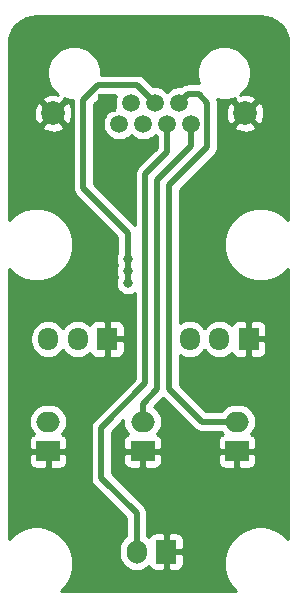
<source format=gbl>
G04 #@! TF.GenerationSoftware,KiCad,Pcbnew,6.0.0-rc1-unknown-73a0cbf~66~ubuntu18.04.1*
G04 #@! TF.CreationDate,2019-02-12T22:26:01+01:00
G04 #@! TF.ProjectId,wcube-head-pcb,77637562-652d-4686-9561-642d7063622e,rev?*
G04 #@! TF.SameCoordinates,Original*
G04 #@! TF.FileFunction,Copper,L2,Bot*
G04 #@! TF.FilePolarity,Positive*
%FSLAX46Y46*%
G04 Gerber Fmt 4.6, Leading zero omitted, Abs format (unit mm)*
G04 Created by KiCad (PCBNEW 6.0.0-rc1-unknown-73a0cbf~66~ubuntu18.04.1) date 2019-02-12 22:26:01*
%MOMM*%
%LPD*%
G04 APERTURE LIST*
%ADD10O,1.700000X1.950000*%
%ADD11R,1.700000X1.950000*%
%ADD12C,2.000000*%
%ADD13C,1.500000*%
%ADD14R,1.500000X1.500000*%
%ADD15O,2.000000X1.700000*%
%ADD16R,2.000000X1.700000*%
%ADD17O,1.700000X2.000000*%
%ADD18R,1.700000X2.000000*%
%ADD19C,0.800000*%
%ADD20C,0.500000*%
%ADD21C,0.254000*%
G04 APERTURE END LIST*
D10*
X169000000Y-78000000D03*
X171500000Y-78000000D03*
D11*
X174000000Y-78000000D03*
D12*
X185680000Y-58890000D03*
D13*
X181110000Y-59780000D03*
X179080000Y-59780000D03*
X177050000Y-59780000D03*
X175020000Y-59780000D03*
X178060000Y-58000000D03*
X176030000Y-58000000D03*
X180100000Y-58000000D03*
D14*
X174000000Y-58000000D03*
D12*
X169430000Y-58890000D03*
D10*
X181000000Y-78000000D03*
X183500000Y-78000000D03*
D11*
X186000000Y-78000000D03*
D15*
X185000000Y-85000000D03*
D16*
X185000000Y-87500000D03*
D15*
X169000000Y-85000000D03*
D16*
X169000000Y-87500000D03*
D15*
X177000000Y-85000000D03*
D16*
X177000000Y-87500000D03*
D17*
X176500000Y-96000000D03*
D18*
X179000000Y-96000000D03*
D19*
X175750000Y-71250000D03*
X175750000Y-72250000D03*
X175750000Y-73250000D03*
X175750000Y-64750000D03*
X175750000Y-63750000D03*
X175750000Y-62750000D03*
X174750000Y-62750000D03*
X174750000Y-63750000D03*
X174750000Y-64750000D03*
D20*
X182000000Y-85000000D02*
X185000000Y-85000000D01*
X179250000Y-82250000D02*
X182000000Y-85000000D01*
X179250000Y-65000000D02*
X179250000Y-82250000D01*
X180849999Y-57250001D02*
X181750001Y-57250001D01*
X180100000Y-58000000D02*
X180849999Y-57250001D01*
X182500000Y-61750000D02*
X179250000Y-65000000D01*
X181750001Y-57250001D02*
X182500000Y-58000000D01*
X182500000Y-58000000D02*
X182500000Y-61750000D01*
X181110000Y-61640000D02*
X181110000Y-60840660D01*
X181110000Y-60840660D02*
X181110000Y-59780000D01*
X178250000Y-64500000D02*
X181110000Y-61640000D01*
X178250000Y-82250000D02*
X178250000Y-64500000D01*
X177000000Y-85000000D02*
X177000000Y-83500000D01*
X177000000Y-83500000D02*
X178250000Y-82250000D01*
X179080000Y-62170000D02*
X179080000Y-59780000D01*
X176500000Y-92750000D02*
X173500000Y-89750000D01*
X176500000Y-96000000D02*
X176500000Y-92750000D01*
X173500000Y-85500000D02*
X177250000Y-81750000D01*
X173500000Y-89750000D02*
X173500000Y-85500000D01*
X177250000Y-81750000D02*
X177250000Y-64000000D01*
X177250000Y-64000000D02*
X179080000Y-62170000D01*
X175750000Y-69000000D02*
X175750000Y-73250000D01*
X172000000Y-65250000D02*
X175750000Y-69000000D01*
X172000000Y-57750000D02*
X172000000Y-65250000D01*
X178060000Y-58000000D02*
X176560000Y-56500000D01*
X173250000Y-56500000D02*
X172000000Y-57750000D01*
X176560000Y-56500000D02*
X173250000Y-56500000D01*
X174350001Y-62350001D02*
X174350001Y-62336001D01*
X174750000Y-62750000D02*
X174350001Y-62350001D01*
X174350001Y-62336001D02*
X173228000Y-61214000D01*
X173228000Y-58772000D02*
X174000000Y-58000000D01*
X173228000Y-61214000D02*
X173228000Y-58772000D01*
D21*
G36*
X187453893Y-50707670D02*
G01*
X187890498Y-50839489D01*
X188293185Y-51053600D01*
X188646612Y-51341848D01*
X188937327Y-51693261D01*
X189154242Y-52094439D01*
X189289106Y-52530113D01*
X189340000Y-53014344D01*
X189340000Y-67917755D01*
X188993346Y-67571101D01*
X188481190Y-67228889D01*
X187912112Y-66993169D01*
X187307983Y-66873000D01*
X186692017Y-66873000D01*
X186087888Y-66993169D01*
X185518810Y-67228889D01*
X185006654Y-67571101D01*
X184571101Y-68006654D01*
X184228889Y-68518810D01*
X183993169Y-69087888D01*
X183873000Y-69692017D01*
X183873000Y-70307983D01*
X183993169Y-70912112D01*
X184228889Y-71481190D01*
X184571101Y-71993346D01*
X185006654Y-72428899D01*
X185518810Y-72771111D01*
X186087888Y-73006831D01*
X186692017Y-73127000D01*
X187307983Y-73127000D01*
X187912112Y-73006831D01*
X188481190Y-72771111D01*
X188993346Y-72428899D01*
X189340000Y-72082245D01*
X189340001Y-94917756D01*
X188993346Y-94571101D01*
X188481190Y-94228889D01*
X187912112Y-93993169D01*
X187307983Y-93873000D01*
X186692017Y-93873000D01*
X186087888Y-93993169D01*
X185518810Y-94228889D01*
X185006654Y-94571101D01*
X184571101Y-95006654D01*
X184228889Y-95518810D01*
X183993169Y-96087888D01*
X183873000Y-96692017D01*
X183873000Y-97307983D01*
X183993169Y-97912112D01*
X184228889Y-98481190D01*
X184571101Y-98993346D01*
X184917755Y-99340000D01*
X170082245Y-99340000D01*
X170428899Y-98993346D01*
X170771111Y-98481190D01*
X171006831Y-97912112D01*
X171127000Y-97307983D01*
X171127000Y-96692017D01*
X171006831Y-96087888D01*
X170771111Y-95518810D01*
X170428899Y-95006654D01*
X169993346Y-94571101D01*
X169481190Y-94228889D01*
X168912112Y-93993169D01*
X168307983Y-93873000D01*
X167692017Y-93873000D01*
X167087888Y-93993169D01*
X166518810Y-94228889D01*
X166006654Y-94571101D01*
X165660000Y-94917755D01*
X165660000Y-87785750D01*
X167365000Y-87785750D01*
X167365000Y-88412542D01*
X167389403Y-88535223D01*
X167437270Y-88650785D01*
X167506763Y-88754789D01*
X167595211Y-88843237D01*
X167699215Y-88912730D01*
X167814777Y-88960597D01*
X167937458Y-88985000D01*
X168714250Y-88985000D01*
X168873000Y-88826250D01*
X168873000Y-87627000D01*
X169127000Y-87627000D01*
X169127000Y-88826250D01*
X169285750Y-88985000D01*
X170062542Y-88985000D01*
X170185223Y-88960597D01*
X170300785Y-88912730D01*
X170404789Y-88843237D01*
X170493237Y-88754789D01*
X170562730Y-88650785D01*
X170610597Y-88535223D01*
X170635000Y-88412542D01*
X170635000Y-87785750D01*
X170476250Y-87627000D01*
X169127000Y-87627000D01*
X168873000Y-87627000D01*
X167523750Y-87627000D01*
X167365000Y-87785750D01*
X165660000Y-87785750D01*
X165660000Y-85000000D01*
X167357815Y-85000000D01*
X167386487Y-85291111D01*
X167471401Y-85571034D01*
X167609294Y-85829014D01*
X167790282Y-86049549D01*
X167699215Y-86087270D01*
X167595211Y-86156763D01*
X167506763Y-86245211D01*
X167437270Y-86349215D01*
X167389403Y-86464777D01*
X167365000Y-86587458D01*
X167365000Y-87214250D01*
X167523750Y-87373000D01*
X168873000Y-87373000D01*
X168873000Y-87353000D01*
X169127000Y-87353000D01*
X169127000Y-87373000D01*
X170476250Y-87373000D01*
X170635000Y-87214250D01*
X170635000Y-86587458D01*
X170610597Y-86464777D01*
X170562730Y-86349215D01*
X170493237Y-86245211D01*
X170404789Y-86156763D01*
X170300785Y-86087270D01*
X170209718Y-86049549D01*
X170390706Y-85829014D01*
X170528599Y-85571034D01*
X170613513Y-85291111D01*
X170642185Y-85000000D01*
X170613513Y-84708889D01*
X170528599Y-84428966D01*
X170390706Y-84170986D01*
X170205134Y-83944866D01*
X169979014Y-83759294D01*
X169721034Y-83621401D01*
X169441111Y-83536487D01*
X169222950Y-83515000D01*
X168777050Y-83515000D01*
X168558889Y-83536487D01*
X168278966Y-83621401D01*
X168020986Y-83759294D01*
X167794866Y-83944866D01*
X167609294Y-84170986D01*
X167471401Y-84428966D01*
X167386487Y-84708889D01*
X167357815Y-85000000D01*
X165660000Y-85000000D01*
X165660000Y-77802050D01*
X167515000Y-77802050D01*
X167515000Y-78197949D01*
X167536487Y-78416110D01*
X167621401Y-78696033D01*
X167759294Y-78954013D01*
X167944866Y-79180134D01*
X168170986Y-79365706D01*
X168428966Y-79503599D01*
X168708889Y-79588513D01*
X169000000Y-79617185D01*
X169291110Y-79588513D01*
X169571033Y-79503599D01*
X169829013Y-79365706D01*
X170055134Y-79180134D01*
X170240706Y-78954014D01*
X170250000Y-78936626D01*
X170259294Y-78954013D01*
X170444866Y-79180134D01*
X170670986Y-79365706D01*
X170928966Y-79503599D01*
X171208889Y-79588513D01*
X171500000Y-79617185D01*
X171791110Y-79588513D01*
X172071033Y-79503599D01*
X172329013Y-79365706D01*
X172549549Y-79184718D01*
X172587270Y-79275785D01*
X172656763Y-79379789D01*
X172745211Y-79468237D01*
X172849215Y-79537730D01*
X172964777Y-79585597D01*
X173087458Y-79610000D01*
X173714250Y-79610000D01*
X173873000Y-79451250D01*
X173873000Y-78127000D01*
X174127000Y-78127000D01*
X174127000Y-79451250D01*
X174285750Y-79610000D01*
X174912542Y-79610000D01*
X175035223Y-79585597D01*
X175150785Y-79537730D01*
X175254789Y-79468237D01*
X175343237Y-79379789D01*
X175412730Y-79275785D01*
X175460597Y-79160223D01*
X175485000Y-79037542D01*
X175485000Y-78285750D01*
X175326250Y-78127000D01*
X174127000Y-78127000D01*
X173873000Y-78127000D01*
X173853000Y-78127000D01*
X173853000Y-77873000D01*
X173873000Y-77873000D01*
X173873000Y-76548750D01*
X174127000Y-76548750D01*
X174127000Y-77873000D01*
X175326250Y-77873000D01*
X175485000Y-77714250D01*
X175485000Y-76962458D01*
X175460597Y-76839777D01*
X175412730Y-76724215D01*
X175343237Y-76620211D01*
X175254789Y-76531763D01*
X175150785Y-76462270D01*
X175035223Y-76414403D01*
X174912542Y-76390000D01*
X174285750Y-76390000D01*
X174127000Y-76548750D01*
X173873000Y-76548750D01*
X173714250Y-76390000D01*
X173087458Y-76390000D01*
X172964777Y-76414403D01*
X172849215Y-76462270D01*
X172745211Y-76531763D01*
X172656763Y-76620211D01*
X172587270Y-76724215D01*
X172549549Y-76815282D01*
X172329014Y-76634294D01*
X172071034Y-76496401D01*
X171791111Y-76411487D01*
X171500000Y-76382815D01*
X171208890Y-76411487D01*
X170928967Y-76496401D01*
X170670987Y-76634294D01*
X170444866Y-76819866D01*
X170259294Y-77045986D01*
X170250000Y-77063374D01*
X170240706Y-77045986D01*
X170055134Y-76819866D01*
X169829014Y-76634294D01*
X169571034Y-76496401D01*
X169291111Y-76411487D01*
X169000000Y-76382815D01*
X168708890Y-76411487D01*
X168428967Y-76496401D01*
X168170987Y-76634294D01*
X167944866Y-76819866D01*
X167759294Y-77045986D01*
X167621401Y-77303966D01*
X167536487Y-77583889D01*
X167515000Y-77802050D01*
X165660000Y-77802050D01*
X165660000Y-72082245D01*
X166006654Y-72428899D01*
X166518810Y-72771111D01*
X167087888Y-73006831D01*
X167692017Y-73127000D01*
X168307983Y-73127000D01*
X168912112Y-73006831D01*
X169481190Y-72771111D01*
X169993346Y-72428899D01*
X170428899Y-71993346D01*
X170771111Y-71481190D01*
X171006831Y-70912112D01*
X171127000Y-70307983D01*
X171127000Y-69692017D01*
X171006831Y-69087888D01*
X170771111Y-68518810D01*
X170428899Y-68006654D01*
X169993346Y-67571101D01*
X169481190Y-67228889D01*
X168912112Y-66993169D01*
X168307983Y-66873000D01*
X167692017Y-66873000D01*
X167087888Y-66993169D01*
X166518810Y-67228889D01*
X166006654Y-67571101D01*
X165660000Y-67917755D01*
X165660000Y-60025413D01*
X168474192Y-60025413D01*
X168569956Y-60289814D01*
X168859571Y-60430704D01*
X169171108Y-60512384D01*
X169492595Y-60531718D01*
X169811675Y-60487961D01*
X170116088Y-60382795D01*
X170290044Y-60289814D01*
X170385808Y-60025413D01*
X169430000Y-59069605D01*
X168474192Y-60025413D01*
X165660000Y-60025413D01*
X165660000Y-58952595D01*
X167788282Y-58952595D01*
X167832039Y-59271675D01*
X167937205Y-59576088D01*
X168030186Y-59750044D01*
X168294587Y-59845808D01*
X169250395Y-58890000D01*
X169609605Y-58890000D01*
X170565413Y-59845808D01*
X170829814Y-59750044D01*
X170970704Y-59460429D01*
X171052384Y-59148892D01*
X171071718Y-58827405D01*
X171027961Y-58508325D01*
X170922795Y-58203912D01*
X170829814Y-58029956D01*
X170565413Y-57934192D01*
X169609605Y-58890000D01*
X169250395Y-58890000D01*
X168294587Y-57934192D01*
X168030186Y-58029956D01*
X167889296Y-58319571D01*
X167807616Y-58631108D01*
X167788282Y-58952595D01*
X165660000Y-58952595D01*
X165660000Y-57754587D01*
X168474192Y-57754587D01*
X169430000Y-58710395D01*
X170385808Y-57754587D01*
X170316473Y-57563155D01*
X170543490Y-57657189D01*
X170984947Y-57745000D01*
X171111211Y-57745000D01*
X171110719Y-57750000D01*
X171115000Y-57793469D01*
X171115001Y-65206521D01*
X171110719Y-65250000D01*
X171127805Y-65423490D01*
X171178412Y-65590313D01*
X171260590Y-65744059D01*
X171343468Y-65845046D01*
X171343471Y-65845049D01*
X171371184Y-65878817D01*
X171404951Y-65906530D01*
X174865000Y-69366579D01*
X174865000Y-70711545D01*
X174832795Y-70759744D01*
X174754774Y-70948102D01*
X174715000Y-71148061D01*
X174715000Y-71351939D01*
X174754774Y-71551898D01*
X174832795Y-71740256D01*
X174839306Y-71750000D01*
X174832795Y-71759744D01*
X174754774Y-71948102D01*
X174715000Y-72148061D01*
X174715000Y-72351939D01*
X174754774Y-72551898D01*
X174832795Y-72740256D01*
X174839306Y-72750000D01*
X174832795Y-72759744D01*
X174754774Y-72948102D01*
X174715000Y-73148061D01*
X174715000Y-73351939D01*
X174754774Y-73551898D01*
X174832795Y-73740256D01*
X174946063Y-73909774D01*
X175090226Y-74053937D01*
X175259744Y-74167205D01*
X175448102Y-74245226D01*
X175648061Y-74285000D01*
X175851939Y-74285000D01*
X176051898Y-74245226D01*
X176240256Y-74167205D01*
X176365000Y-74083854D01*
X176365000Y-81383421D01*
X172904951Y-84843470D01*
X172871184Y-84871183D01*
X172843471Y-84904951D01*
X172843468Y-84904954D01*
X172760590Y-85005941D01*
X172678412Y-85159687D01*
X172627805Y-85326510D01*
X172610719Y-85500000D01*
X172615001Y-85543479D01*
X172615000Y-89706531D01*
X172610719Y-89750000D01*
X172615000Y-89793469D01*
X172615000Y-89793476D01*
X172627805Y-89923489D01*
X172678411Y-90090312D01*
X172760589Y-90244058D01*
X172871183Y-90378817D01*
X172904956Y-90406534D01*
X175615001Y-93116580D01*
X175615000Y-94655241D01*
X175444866Y-94794866D01*
X175259294Y-95020986D01*
X175121401Y-95278966D01*
X175036487Y-95558889D01*
X175015000Y-95777050D01*
X175015000Y-96222949D01*
X175036487Y-96441110D01*
X175121401Y-96721033D01*
X175259294Y-96979013D01*
X175444866Y-97205134D01*
X175670986Y-97390706D01*
X175928966Y-97528599D01*
X176208889Y-97613513D01*
X176500000Y-97642185D01*
X176791110Y-97613513D01*
X177071033Y-97528599D01*
X177329013Y-97390706D01*
X177549549Y-97209718D01*
X177587270Y-97300785D01*
X177656763Y-97404789D01*
X177745211Y-97493237D01*
X177849215Y-97562730D01*
X177964777Y-97610597D01*
X178087458Y-97635000D01*
X178714250Y-97635000D01*
X178873000Y-97476250D01*
X178873000Y-96127000D01*
X179127000Y-96127000D01*
X179127000Y-97476250D01*
X179285750Y-97635000D01*
X179912542Y-97635000D01*
X180035223Y-97610597D01*
X180150785Y-97562730D01*
X180254789Y-97493237D01*
X180343237Y-97404789D01*
X180412730Y-97300785D01*
X180460597Y-97185223D01*
X180485000Y-97062542D01*
X180485000Y-96285750D01*
X180326250Y-96127000D01*
X179127000Y-96127000D01*
X178873000Y-96127000D01*
X178853000Y-96127000D01*
X178853000Y-95873000D01*
X178873000Y-95873000D01*
X178873000Y-94523750D01*
X179127000Y-94523750D01*
X179127000Y-95873000D01*
X180326250Y-95873000D01*
X180485000Y-95714250D01*
X180485000Y-94937458D01*
X180460597Y-94814777D01*
X180412730Y-94699215D01*
X180343237Y-94595211D01*
X180254789Y-94506763D01*
X180150785Y-94437270D01*
X180035223Y-94389403D01*
X179912542Y-94365000D01*
X179285750Y-94365000D01*
X179127000Y-94523750D01*
X178873000Y-94523750D01*
X178714250Y-94365000D01*
X178087458Y-94365000D01*
X177964777Y-94389403D01*
X177849215Y-94437270D01*
X177745211Y-94506763D01*
X177656763Y-94595211D01*
X177587270Y-94699215D01*
X177549549Y-94790282D01*
X177385000Y-94655241D01*
X177385000Y-92793469D01*
X177389281Y-92750000D01*
X177385000Y-92706531D01*
X177385000Y-92706523D01*
X177372195Y-92576510D01*
X177321589Y-92409687D01*
X177321589Y-92409686D01*
X177239411Y-92255941D01*
X177156532Y-92154953D01*
X177156530Y-92154951D01*
X177128817Y-92121183D01*
X177095049Y-92093470D01*
X174385000Y-89383422D01*
X174385000Y-87785750D01*
X175365000Y-87785750D01*
X175365000Y-88412542D01*
X175389403Y-88535223D01*
X175437270Y-88650785D01*
X175506763Y-88754789D01*
X175595211Y-88843237D01*
X175699215Y-88912730D01*
X175814777Y-88960597D01*
X175937458Y-88985000D01*
X176714250Y-88985000D01*
X176873000Y-88826250D01*
X176873000Y-87627000D01*
X177127000Y-87627000D01*
X177127000Y-88826250D01*
X177285750Y-88985000D01*
X178062542Y-88985000D01*
X178185223Y-88960597D01*
X178300785Y-88912730D01*
X178404789Y-88843237D01*
X178493237Y-88754789D01*
X178562730Y-88650785D01*
X178610597Y-88535223D01*
X178635000Y-88412542D01*
X178635000Y-87785750D01*
X183365000Y-87785750D01*
X183365000Y-88412542D01*
X183389403Y-88535223D01*
X183437270Y-88650785D01*
X183506763Y-88754789D01*
X183595211Y-88843237D01*
X183699215Y-88912730D01*
X183814777Y-88960597D01*
X183937458Y-88985000D01*
X184714250Y-88985000D01*
X184873000Y-88826250D01*
X184873000Y-87627000D01*
X185127000Y-87627000D01*
X185127000Y-88826250D01*
X185285750Y-88985000D01*
X186062542Y-88985000D01*
X186185223Y-88960597D01*
X186300785Y-88912730D01*
X186404789Y-88843237D01*
X186493237Y-88754789D01*
X186562730Y-88650785D01*
X186610597Y-88535223D01*
X186635000Y-88412542D01*
X186635000Y-87785750D01*
X186476250Y-87627000D01*
X185127000Y-87627000D01*
X184873000Y-87627000D01*
X183523750Y-87627000D01*
X183365000Y-87785750D01*
X178635000Y-87785750D01*
X178476250Y-87627000D01*
X177127000Y-87627000D01*
X176873000Y-87627000D01*
X175523750Y-87627000D01*
X175365000Y-87785750D01*
X174385000Y-87785750D01*
X174385000Y-85866578D01*
X175369422Y-84882157D01*
X175357815Y-85000000D01*
X175386487Y-85291111D01*
X175471401Y-85571034D01*
X175609294Y-85829014D01*
X175790282Y-86049549D01*
X175699215Y-86087270D01*
X175595211Y-86156763D01*
X175506763Y-86245211D01*
X175437270Y-86349215D01*
X175389403Y-86464777D01*
X175365000Y-86587458D01*
X175365000Y-87214250D01*
X175523750Y-87373000D01*
X176873000Y-87373000D01*
X176873000Y-87353000D01*
X177127000Y-87353000D01*
X177127000Y-87373000D01*
X178476250Y-87373000D01*
X178635000Y-87214250D01*
X178635000Y-86587458D01*
X178610597Y-86464777D01*
X178562730Y-86349215D01*
X178493237Y-86245211D01*
X178404789Y-86156763D01*
X178300785Y-86087270D01*
X178209718Y-86049549D01*
X178390706Y-85829014D01*
X178528599Y-85571034D01*
X178613513Y-85291111D01*
X178642185Y-85000000D01*
X178613513Y-84708889D01*
X178528599Y-84428966D01*
X178390706Y-84170986D01*
X178205134Y-83944866D01*
X177986303Y-83765276D01*
X178750000Y-83001578D01*
X181343470Y-85595049D01*
X181371183Y-85628817D01*
X181404951Y-85656530D01*
X181404953Y-85656532D01*
X181476452Y-85715210D01*
X181505941Y-85739411D01*
X181659687Y-85821589D01*
X181826510Y-85872195D01*
X181956523Y-85885000D01*
X181956533Y-85885000D01*
X181999999Y-85889281D01*
X182043465Y-85885000D01*
X183655241Y-85885000D01*
X183790282Y-86049549D01*
X183699215Y-86087270D01*
X183595211Y-86156763D01*
X183506763Y-86245211D01*
X183437270Y-86349215D01*
X183389403Y-86464777D01*
X183365000Y-86587458D01*
X183365000Y-87214250D01*
X183523750Y-87373000D01*
X184873000Y-87373000D01*
X184873000Y-87353000D01*
X185127000Y-87353000D01*
X185127000Y-87373000D01*
X186476250Y-87373000D01*
X186635000Y-87214250D01*
X186635000Y-86587458D01*
X186610597Y-86464777D01*
X186562730Y-86349215D01*
X186493237Y-86245211D01*
X186404789Y-86156763D01*
X186300785Y-86087270D01*
X186209718Y-86049549D01*
X186390706Y-85829014D01*
X186528599Y-85571034D01*
X186613513Y-85291111D01*
X186642185Y-85000000D01*
X186613513Y-84708889D01*
X186528599Y-84428966D01*
X186390706Y-84170986D01*
X186205134Y-83944866D01*
X185979014Y-83759294D01*
X185721034Y-83621401D01*
X185441111Y-83536487D01*
X185222950Y-83515000D01*
X184777050Y-83515000D01*
X184558889Y-83536487D01*
X184278966Y-83621401D01*
X184020986Y-83759294D01*
X183794866Y-83944866D01*
X183655241Y-84115000D01*
X182366579Y-84115000D01*
X180135000Y-81883422D01*
X180135000Y-79336173D01*
X180170986Y-79365706D01*
X180428966Y-79503599D01*
X180708889Y-79588513D01*
X181000000Y-79617185D01*
X181291110Y-79588513D01*
X181571033Y-79503599D01*
X181829013Y-79365706D01*
X182055134Y-79180134D01*
X182240706Y-78954014D01*
X182250000Y-78936626D01*
X182259294Y-78954013D01*
X182444866Y-79180134D01*
X182670986Y-79365706D01*
X182928966Y-79503599D01*
X183208889Y-79588513D01*
X183500000Y-79617185D01*
X183791110Y-79588513D01*
X184071033Y-79503599D01*
X184329013Y-79365706D01*
X184549549Y-79184718D01*
X184587270Y-79275785D01*
X184656763Y-79379789D01*
X184745211Y-79468237D01*
X184849215Y-79537730D01*
X184964777Y-79585597D01*
X185087458Y-79610000D01*
X185714250Y-79610000D01*
X185873000Y-79451250D01*
X185873000Y-78127000D01*
X186127000Y-78127000D01*
X186127000Y-79451250D01*
X186285750Y-79610000D01*
X186912542Y-79610000D01*
X187035223Y-79585597D01*
X187150785Y-79537730D01*
X187254789Y-79468237D01*
X187343237Y-79379789D01*
X187412730Y-79275785D01*
X187460597Y-79160223D01*
X187485000Y-79037542D01*
X187485000Y-78285750D01*
X187326250Y-78127000D01*
X186127000Y-78127000D01*
X185873000Y-78127000D01*
X185853000Y-78127000D01*
X185853000Y-77873000D01*
X185873000Y-77873000D01*
X185873000Y-76548750D01*
X186127000Y-76548750D01*
X186127000Y-77873000D01*
X187326250Y-77873000D01*
X187485000Y-77714250D01*
X187485000Y-76962458D01*
X187460597Y-76839777D01*
X187412730Y-76724215D01*
X187343237Y-76620211D01*
X187254789Y-76531763D01*
X187150785Y-76462270D01*
X187035223Y-76414403D01*
X186912542Y-76390000D01*
X186285750Y-76390000D01*
X186127000Y-76548750D01*
X185873000Y-76548750D01*
X185714250Y-76390000D01*
X185087458Y-76390000D01*
X184964777Y-76414403D01*
X184849215Y-76462270D01*
X184745211Y-76531763D01*
X184656763Y-76620211D01*
X184587270Y-76724215D01*
X184549549Y-76815282D01*
X184329014Y-76634294D01*
X184071034Y-76496401D01*
X183791111Y-76411487D01*
X183500000Y-76382815D01*
X183208890Y-76411487D01*
X182928967Y-76496401D01*
X182670987Y-76634294D01*
X182444866Y-76819866D01*
X182259294Y-77045986D01*
X182250000Y-77063374D01*
X182240706Y-77045986D01*
X182055134Y-76819866D01*
X181829014Y-76634294D01*
X181571034Y-76496401D01*
X181291111Y-76411487D01*
X181000000Y-76382815D01*
X180708890Y-76411487D01*
X180428967Y-76496401D01*
X180170987Y-76634294D01*
X180135000Y-76663828D01*
X180135000Y-65366578D01*
X183095049Y-62406530D01*
X183128817Y-62378817D01*
X183157810Y-62343490D01*
X183239410Y-62244060D01*
X183239411Y-62244059D01*
X183321589Y-62090313D01*
X183372195Y-61923490D01*
X183385000Y-61793477D01*
X183385000Y-61793467D01*
X183389281Y-61750001D01*
X183385000Y-61706534D01*
X183385000Y-60025413D01*
X184724192Y-60025413D01*
X184819956Y-60289814D01*
X185109571Y-60430704D01*
X185421108Y-60512384D01*
X185742595Y-60531718D01*
X186061675Y-60487961D01*
X186366088Y-60382795D01*
X186540044Y-60289814D01*
X186635808Y-60025413D01*
X185680000Y-59069605D01*
X184724192Y-60025413D01*
X183385000Y-60025413D01*
X183385000Y-58952595D01*
X184038282Y-58952595D01*
X184082039Y-59271675D01*
X184187205Y-59576088D01*
X184280186Y-59750044D01*
X184544587Y-59845808D01*
X185500395Y-58890000D01*
X185859605Y-58890000D01*
X186815413Y-59845808D01*
X187079814Y-59750044D01*
X187220704Y-59460429D01*
X187302384Y-59148892D01*
X187321718Y-58827405D01*
X187277961Y-58508325D01*
X187172795Y-58203912D01*
X187079814Y-58029956D01*
X186815413Y-57934192D01*
X185859605Y-58890000D01*
X185500395Y-58890000D01*
X184544587Y-57934192D01*
X184280186Y-58029956D01*
X184139296Y-58319571D01*
X184057616Y-58631108D01*
X184038282Y-58952595D01*
X183385000Y-58952595D01*
X183385000Y-58043469D01*
X183389281Y-58000000D01*
X183385000Y-57956531D01*
X183385000Y-57956523D01*
X183372195Y-57826510D01*
X183325798Y-57673561D01*
X183684947Y-57745000D01*
X184135053Y-57745000D01*
X184576510Y-57657189D01*
X184791762Y-57568029D01*
X184724192Y-57754587D01*
X185680000Y-58710395D01*
X186635808Y-57754587D01*
X186540044Y-57490186D01*
X186250429Y-57349296D01*
X185938892Y-57267616D01*
X185617405Y-57248282D01*
X185298325Y-57292039D01*
X185262559Y-57304395D01*
X185366603Y-57234875D01*
X185684875Y-56916603D01*
X185934941Y-56542353D01*
X186107189Y-56126510D01*
X186195000Y-55685053D01*
X186195000Y-55234947D01*
X186107189Y-54793490D01*
X185934941Y-54377647D01*
X185684875Y-54003397D01*
X185366603Y-53685125D01*
X184992353Y-53435059D01*
X184576510Y-53262811D01*
X184135053Y-53175000D01*
X183684947Y-53175000D01*
X183243490Y-53262811D01*
X182827647Y-53435059D01*
X182453397Y-53685125D01*
X182135125Y-54003397D01*
X181885059Y-54377647D01*
X181712811Y-54793490D01*
X181625000Y-55234947D01*
X181625000Y-55685053D01*
X181712811Y-56126510D01*
X181812368Y-56366861D01*
X181793478Y-56365001D01*
X181793470Y-56365001D01*
X181750001Y-56360720D01*
X181706532Y-56365001D01*
X180893468Y-56365001D01*
X180849999Y-56360720D01*
X180806530Y-56365001D01*
X180806522Y-56365001D01*
X180676509Y-56377806D01*
X180509686Y-56428412D01*
X180375753Y-56500000D01*
X180355940Y-56510590D01*
X180254952Y-56593469D01*
X180254950Y-56593471D01*
X180228717Y-56615000D01*
X179963589Y-56615000D01*
X179696011Y-56668225D01*
X179443957Y-56772629D01*
X179217114Y-56924201D01*
X179080000Y-57061315D01*
X178942886Y-56924201D01*
X178716043Y-56772629D01*
X178463989Y-56668225D01*
X178196411Y-56615000D01*
X177926578Y-56615000D01*
X177216534Y-55904956D01*
X177188817Y-55871183D01*
X177054059Y-55760589D01*
X176900313Y-55678411D01*
X176733490Y-55627805D01*
X176603477Y-55615000D01*
X176603469Y-55615000D01*
X176560000Y-55610719D01*
X176516531Y-55615000D01*
X173495000Y-55615000D01*
X173495000Y-55234947D01*
X173407189Y-54793490D01*
X173234941Y-54377647D01*
X172984875Y-54003397D01*
X172666603Y-53685125D01*
X172292353Y-53435059D01*
X171876510Y-53262811D01*
X171435053Y-53175000D01*
X170984947Y-53175000D01*
X170543490Y-53262811D01*
X170127647Y-53435059D01*
X169753397Y-53685125D01*
X169435125Y-54003397D01*
X169185059Y-54377647D01*
X169012811Y-54793490D01*
X168925000Y-55234947D01*
X168925000Y-55685053D01*
X169012811Y-56126510D01*
X169185059Y-56542353D01*
X169435125Y-56916603D01*
X169753397Y-57234875D01*
X169875697Y-57316593D01*
X169688892Y-57267616D01*
X169367405Y-57248282D01*
X169048325Y-57292039D01*
X168743912Y-57397205D01*
X168569956Y-57490186D01*
X168474192Y-57754587D01*
X165660000Y-57754587D01*
X165660000Y-53032279D01*
X165707670Y-52546107D01*
X165839489Y-52109502D01*
X166053600Y-51706815D01*
X166341848Y-51353388D01*
X166693261Y-51062673D01*
X167094439Y-50845758D01*
X167530113Y-50710894D01*
X168014344Y-50660000D01*
X186967721Y-50660000D01*
X187453893Y-50707670D01*
X187453893Y-50707670D01*
G37*
X187453893Y-50707670D02*
X187890498Y-50839489D01*
X188293185Y-51053600D01*
X188646612Y-51341848D01*
X188937327Y-51693261D01*
X189154242Y-52094439D01*
X189289106Y-52530113D01*
X189340000Y-53014344D01*
X189340000Y-67917755D01*
X188993346Y-67571101D01*
X188481190Y-67228889D01*
X187912112Y-66993169D01*
X187307983Y-66873000D01*
X186692017Y-66873000D01*
X186087888Y-66993169D01*
X185518810Y-67228889D01*
X185006654Y-67571101D01*
X184571101Y-68006654D01*
X184228889Y-68518810D01*
X183993169Y-69087888D01*
X183873000Y-69692017D01*
X183873000Y-70307983D01*
X183993169Y-70912112D01*
X184228889Y-71481190D01*
X184571101Y-71993346D01*
X185006654Y-72428899D01*
X185518810Y-72771111D01*
X186087888Y-73006831D01*
X186692017Y-73127000D01*
X187307983Y-73127000D01*
X187912112Y-73006831D01*
X188481190Y-72771111D01*
X188993346Y-72428899D01*
X189340000Y-72082245D01*
X189340001Y-94917756D01*
X188993346Y-94571101D01*
X188481190Y-94228889D01*
X187912112Y-93993169D01*
X187307983Y-93873000D01*
X186692017Y-93873000D01*
X186087888Y-93993169D01*
X185518810Y-94228889D01*
X185006654Y-94571101D01*
X184571101Y-95006654D01*
X184228889Y-95518810D01*
X183993169Y-96087888D01*
X183873000Y-96692017D01*
X183873000Y-97307983D01*
X183993169Y-97912112D01*
X184228889Y-98481190D01*
X184571101Y-98993346D01*
X184917755Y-99340000D01*
X170082245Y-99340000D01*
X170428899Y-98993346D01*
X170771111Y-98481190D01*
X171006831Y-97912112D01*
X171127000Y-97307983D01*
X171127000Y-96692017D01*
X171006831Y-96087888D01*
X170771111Y-95518810D01*
X170428899Y-95006654D01*
X169993346Y-94571101D01*
X169481190Y-94228889D01*
X168912112Y-93993169D01*
X168307983Y-93873000D01*
X167692017Y-93873000D01*
X167087888Y-93993169D01*
X166518810Y-94228889D01*
X166006654Y-94571101D01*
X165660000Y-94917755D01*
X165660000Y-87785750D01*
X167365000Y-87785750D01*
X167365000Y-88412542D01*
X167389403Y-88535223D01*
X167437270Y-88650785D01*
X167506763Y-88754789D01*
X167595211Y-88843237D01*
X167699215Y-88912730D01*
X167814777Y-88960597D01*
X167937458Y-88985000D01*
X168714250Y-88985000D01*
X168873000Y-88826250D01*
X168873000Y-87627000D01*
X169127000Y-87627000D01*
X169127000Y-88826250D01*
X169285750Y-88985000D01*
X170062542Y-88985000D01*
X170185223Y-88960597D01*
X170300785Y-88912730D01*
X170404789Y-88843237D01*
X170493237Y-88754789D01*
X170562730Y-88650785D01*
X170610597Y-88535223D01*
X170635000Y-88412542D01*
X170635000Y-87785750D01*
X170476250Y-87627000D01*
X169127000Y-87627000D01*
X168873000Y-87627000D01*
X167523750Y-87627000D01*
X167365000Y-87785750D01*
X165660000Y-87785750D01*
X165660000Y-85000000D01*
X167357815Y-85000000D01*
X167386487Y-85291111D01*
X167471401Y-85571034D01*
X167609294Y-85829014D01*
X167790282Y-86049549D01*
X167699215Y-86087270D01*
X167595211Y-86156763D01*
X167506763Y-86245211D01*
X167437270Y-86349215D01*
X167389403Y-86464777D01*
X167365000Y-86587458D01*
X167365000Y-87214250D01*
X167523750Y-87373000D01*
X168873000Y-87373000D01*
X168873000Y-87353000D01*
X169127000Y-87353000D01*
X169127000Y-87373000D01*
X170476250Y-87373000D01*
X170635000Y-87214250D01*
X170635000Y-86587458D01*
X170610597Y-86464777D01*
X170562730Y-86349215D01*
X170493237Y-86245211D01*
X170404789Y-86156763D01*
X170300785Y-86087270D01*
X170209718Y-86049549D01*
X170390706Y-85829014D01*
X170528599Y-85571034D01*
X170613513Y-85291111D01*
X170642185Y-85000000D01*
X170613513Y-84708889D01*
X170528599Y-84428966D01*
X170390706Y-84170986D01*
X170205134Y-83944866D01*
X169979014Y-83759294D01*
X169721034Y-83621401D01*
X169441111Y-83536487D01*
X169222950Y-83515000D01*
X168777050Y-83515000D01*
X168558889Y-83536487D01*
X168278966Y-83621401D01*
X168020986Y-83759294D01*
X167794866Y-83944866D01*
X167609294Y-84170986D01*
X167471401Y-84428966D01*
X167386487Y-84708889D01*
X167357815Y-85000000D01*
X165660000Y-85000000D01*
X165660000Y-77802050D01*
X167515000Y-77802050D01*
X167515000Y-78197949D01*
X167536487Y-78416110D01*
X167621401Y-78696033D01*
X167759294Y-78954013D01*
X167944866Y-79180134D01*
X168170986Y-79365706D01*
X168428966Y-79503599D01*
X168708889Y-79588513D01*
X169000000Y-79617185D01*
X169291110Y-79588513D01*
X169571033Y-79503599D01*
X169829013Y-79365706D01*
X170055134Y-79180134D01*
X170240706Y-78954014D01*
X170250000Y-78936626D01*
X170259294Y-78954013D01*
X170444866Y-79180134D01*
X170670986Y-79365706D01*
X170928966Y-79503599D01*
X171208889Y-79588513D01*
X171500000Y-79617185D01*
X171791110Y-79588513D01*
X172071033Y-79503599D01*
X172329013Y-79365706D01*
X172549549Y-79184718D01*
X172587270Y-79275785D01*
X172656763Y-79379789D01*
X172745211Y-79468237D01*
X172849215Y-79537730D01*
X172964777Y-79585597D01*
X173087458Y-79610000D01*
X173714250Y-79610000D01*
X173873000Y-79451250D01*
X173873000Y-78127000D01*
X174127000Y-78127000D01*
X174127000Y-79451250D01*
X174285750Y-79610000D01*
X174912542Y-79610000D01*
X175035223Y-79585597D01*
X175150785Y-79537730D01*
X175254789Y-79468237D01*
X175343237Y-79379789D01*
X175412730Y-79275785D01*
X175460597Y-79160223D01*
X175485000Y-79037542D01*
X175485000Y-78285750D01*
X175326250Y-78127000D01*
X174127000Y-78127000D01*
X173873000Y-78127000D01*
X173853000Y-78127000D01*
X173853000Y-77873000D01*
X173873000Y-77873000D01*
X173873000Y-76548750D01*
X174127000Y-76548750D01*
X174127000Y-77873000D01*
X175326250Y-77873000D01*
X175485000Y-77714250D01*
X175485000Y-76962458D01*
X175460597Y-76839777D01*
X175412730Y-76724215D01*
X175343237Y-76620211D01*
X175254789Y-76531763D01*
X175150785Y-76462270D01*
X175035223Y-76414403D01*
X174912542Y-76390000D01*
X174285750Y-76390000D01*
X174127000Y-76548750D01*
X173873000Y-76548750D01*
X173714250Y-76390000D01*
X173087458Y-76390000D01*
X172964777Y-76414403D01*
X172849215Y-76462270D01*
X172745211Y-76531763D01*
X172656763Y-76620211D01*
X172587270Y-76724215D01*
X172549549Y-76815282D01*
X172329014Y-76634294D01*
X172071034Y-76496401D01*
X171791111Y-76411487D01*
X171500000Y-76382815D01*
X171208890Y-76411487D01*
X170928967Y-76496401D01*
X170670987Y-76634294D01*
X170444866Y-76819866D01*
X170259294Y-77045986D01*
X170250000Y-77063374D01*
X170240706Y-77045986D01*
X170055134Y-76819866D01*
X169829014Y-76634294D01*
X169571034Y-76496401D01*
X169291111Y-76411487D01*
X169000000Y-76382815D01*
X168708890Y-76411487D01*
X168428967Y-76496401D01*
X168170987Y-76634294D01*
X167944866Y-76819866D01*
X167759294Y-77045986D01*
X167621401Y-77303966D01*
X167536487Y-77583889D01*
X167515000Y-77802050D01*
X165660000Y-77802050D01*
X165660000Y-72082245D01*
X166006654Y-72428899D01*
X166518810Y-72771111D01*
X167087888Y-73006831D01*
X167692017Y-73127000D01*
X168307983Y-73127000D01*
X168912112Y-73006831D01*
X169481190Y-72771111D01*
X169993346Y-72428899D01*
X170428899Y-71993346D01*
X170771111Y-71481190D01*
X171006831Y-70912112D01*
X171127000Y-70307983D01*
X171127000Y-69692017D01*
X171006831Y-69087888D01*
X170771111Y-68518810D01*
X170428899Y-68006654D01*
X169993346Y-67571101D01*
X169481190Y-67228889D01*
X168912112Y-66993169D01*
X168307983Y-66873000D01*
X167692017Y-66873000D01*
X167087888Y-66993169D01*
X166518810Y-67228889D01*
X166006654Y-67571101D01*
X165660000Y-67917755D01*
X165660000Y-60025413D01*
X168474192Y-60025413D01*
X168569956Y-60289814D01*
X168859571Y-60430704D01*
X169171108Y-60512384D01*
X169492595Y-60531718D01*
X169811675Y-60487961D01*
X170116088Y-60382795D01*
X170290044Y-60289814D01*
X170385808Y-60025413D01*
X169430000Y-59069605D01*
X168474192Y-60025413D01*
X165660000Y-60025413D01*
X165660000Y-58952595D01*
X167788282Y-58952595D01*
X167832039Y-59271675D01*
X167937205Y-59576088D01*
X168030186Y-59750044D01*
X168294587Y-59845808D01*
X169250395Y-58890000D01*
X169609605Y-58890000D01*
X170565413Y-59845808D01*
X170829814Y-59750044D01*
X170970704Y-59460429D01*
X171052384Y-59148892D01*
X171071718Y-58827405D01*
X171027961Y-58508325D01*
X170922795Y-58203912D01*
X170829814Y-58029956D01*
X170565413Y-57934192D01*
X169609605Y-58890000D01*
X169250395Y-58890000D01*
X168294587Y-57934192D01*
X168030186Y-58029956D01*
X167889296Y-58319571D01*
X167807616Y-58631108D01*
X167788282Y-58952595D01*
X165660000Y-58952595D01*
X165660000Y-57754587D01*
X168474192Y-57754587D01*
X169430000Y-58710395D01*
X170385808Y-57754587D01*
X170316473Y-57563155D01*
X170543490Y-57657189D01*
X170984947Y-57745000D01*
X171111211Y-57745000D01*
X171110719Y-57750000D01*
X171115000Y-57793469D01*
X171115001Y-65206521D01*
X171110719Y-65250000D01*
X171127805Y-65423490D01*
X171178412Y-65590313D01*
X171260590Y-65744059D01*
X171343468Y-65845046D01*
X171343471Y-65845049D01*
X171371184Y-65878817D01*
X171404951Y-65906530D01*
X174865000Y-69366579D01*
X174865000Y-70711545D01*
X174832795Y-70759744D01*
X174754774Y-70948102D01*
X174715000Y-71148061D01*
X174715000Y-71351939D01*
X174754774Y-71551898D01*
X174832795Y-71740256D01*
X174839306Y-71750000D01*
X174832795Y-71759744D01*
X174754774Y-71948102D01*
X174715000Y-72148061D01*
X174715000Y-72351939D01*
X174754774Y-72551898D01*
X174832795Y-72740256D01*
X174839306Y-72750000D01*
X174832795Y-72759744D01*
X174754774Y-72948102D01*
X174715000Y-73148061D01*
X174715000Y-73351939D01*
X174754774Y-73551898D01*
X174832795Y-73740256D01*
X174946063Y-73909774D01*
X175090226Y-74053937D01*
X175259744Y-74167205D01*
X175448102Y-74245226D01*
X175648061Y-74285000D01*
X175851939Y-74285000D01*
X176051898Y-74245226D01*
X176240256Y-74167205D01*
X176365000Y-74083854D01*
X176365000Y-81383421D01*
X172904951Y-84843470D01*
X172871184Y-84871183D01*
X172843471Y-84904951D01*
X172843468Y-84904954D01*
X172760590Y-85005941D01*
X172678412Y-85159687D01*
X172627805Y-85326510D01*
X172610719Y-85500000D01*
X172615001Y-85543479D01*
X172615000Y-89706531D01*
X172610719Y-89750000D01*
X172615000Y-89793469D01*
X172615000Y-89793476D01*
X172627805Y-89923489D01*
X172678411Y-90090312D01*
X172760589Y-90244058D01*
X172871183Y-90378817D01*
X172904956Y-90406534D01*
X175615001Y-93116580D01*
X175615000Y-94655241D01*
X175444866Y-94794866D01*
X175259294Y-95020986D01*
X175121401Y-95278966D01*
X175036487Y-95558889D01*
X175015000Y-95777050D01*
X175015000Y-96222949D01*
X175036487Y-96441110D01*
X175121401Y-96721033D01*
X175259294Y-96979013D01*
X175444866Y-97205134D01*
X175670986Y-97390706D01*
X175928966Y-97528599D01*
X176208889Y-97613513D01*
X176500000Y-97642185D01*
X176791110Y-97613513D01*
X177071033Y-97528599D01*
X177329013Y-97390706D01*
X177549549Y-97209718D01*
X177587270Y-97300785D01*
X177656763Y-97404789D01*
X177745211Y-97493237D01*
X177849215Y-97562730D01*
X177964777Y-97610597D01*
X178087458Y-97635000D01*
X178714250Y-97635000D01*
X178873000Y-97476250D01*
X178873000Y-96127000D01*
X179127000Y-96127000D01*
X179127000Y-97476250D01*
X179285750Y-97635000D01*
X179912542Y-97635000D01*
X180035223Y-97610597D01*
X180150785Y-97562730D01*
X180254789Y-97493237D01*
X180343237Y-97404789D01*
X180412730Y-97300785D01*
X180460597Y-97185223D01*
X180485000Y-97062542D01*
X180485000Y-96285750D01*
X180326250Y-96127000D01*
X179127000Y-96127000D01*
X178873000Y-96127000D01*
X178853000Y-96127000D01*
X178853000Y-95873000D01*
X178873000Y-95873000D01*
X178873000Y-94523750D01*
X179127000Y-94523750D01*
X179127000Y-95873000D01*
X180326250Y-95873000D01*
X180485000Y-95714250D01*
X180485000Y-94937458D01*
X180460597Y-94814777D01*
X180412730Y-94699215D01*
X180343237Y-94595211D01*
X180254789Y-94506763D01*
X180150785Y-94437270D01*
X180035223Y-94389403D01*
X179912542Y-94365000D01*
X179285750Y-94365000D01*
X179127000Y-94523750D01*
X178873000Y-94523750D01*
X178714250Y-94365000D01*
X178087458Y-94365000D01*
X177964777Y-94389403D01*
X177849215Y-94437270D01*
X177745211Y-94506763D01*
X177656763Y-94595211D01*
X177587270Y-94699215D01*
X177549549Y-94790282D01*
X177385000Y-94655241D01*
X177385000Y-92793469D01*
X177389281Y-92750000D01*
X177385000Y-92706531D01*
X177385000Y-92706523D01*
X177372195Y-92576510D01*
X177321589Y-92409687D01*
X177321589Y-92409686D01*
X177239411Y-92255941D01*
X177156532Y-92154953D01*
X177156530Y-92154951D01*
X177128817Y-92121183D01*
X177095049Y-92093470D01*
X174385000Y-89383422D01*
X174385000Y-87785750D01*
X175365000Y-87785750D01*
X175365000Y-88412542D01*
X175389403Y-88535223D01*
X175437270Y-88650785D01*
X175506763Y-88754789D01*
X175595211Y-88843237D01*
X175699215Y-88912730D01*
X175814777Y-88960597D01*
X175937458Y-88985000D01*
X176714250Y-88985000D01*
X176873000Y-88826250D01*
X176873000Y-87627000D01*
X177127000Y-87627000D01*
X177127000Y-88826250D01*
X177285750Y-88985000D01*
X178062542Y-88985000D01*
X178185223Y-88960597D01*
X178300785Y-88912730D01*
X178404789Y-88843237D01*
X178493237Y-88754789D01*
X178562730Y-88650785D01*
X178610597Y-88535223D01*
X178635000Y-88412542D01*
X178635000Y-87785750D01*
X183365000Y-87785750D01*
X183365000Y-88412542D01*
X183389403Y-88535223D01*
X183437270Y-88650785D01*
X183506763Y-88754789D01*
X183595211Y-88843237D01*
X183699215Y-88912730D01*
X183814777Y-88960597D01*
X183937458Y-88985000D01*
X184714250Y-88985000D01*
X184873000Y-88826250D01*
X184873000Y-87627000D01*
X185127000Y-87627000D01*
X185127000Y-88826250D01*
X185285750Y-88985000D01*
X186062542Y-88985000D01*
X186185223Y-88960597D01*
X186300785Y-88912730D01*
X186404789Y-88843237D01*
X186493237Y-88754789D01*
X186562730Y-88650785D01*
X186610597Y-88535223D01*
X186635000Y-88412542D01*
X186635000Y-87785750D01*
X186476250Y-87627000D01*
X185127000Y-87627000D01*
X184873000Y-87627000D01*
X183523750Y-87627000D01*
X183365000Y-87785750D01*
X178635000Y-87785750D01*
X178476250Y-87627000D01*
X177127000Y-87627000D01*
X176873000Y-87627000D01*
X175523750Y-87627000D01*
X175365000Y-87785750D01*
X174385000Y-87785750D01*
X174385000Y-85866578D01*
X175369422Y-84882157D01*
X175357815Y-85000000D01*
X175386487Y-85291111D01*
X175471401Y-85571034D01*
X175609294Y-85829014D01*
X175790282Y-86049549D01*
X175699215Y-86087270D01*
X175595211Y-86156763D01*
X175506763Y-86245211D01*
X175437270Y-86349215D01*
X175389403Y-86464777D01*
X175365000Y-86587458D01*
X175365000Y-87214250D01*
X175523750Y-87373000D01*
X176873000Y-87373000D01*
X176873000Y-87353000D01*
X177127000Y-87353000D01*
X177127000Y-87373000D01*
X178476250Y-87373000D01*
X178635000Y-87214250D01*
X178635000Y-86587458D01*
X178610597Y-86464777D01*
X178562730Y-86349215D01*
X178493237Y-86245211D01*
X178404789Y-86156763D01*
X178300785Y-86087270D01*
X178209718Y-86049549D01*
X178390706Y-85829014D01*
X178528599Y-85571034D01*
X178613513Y-85291111D01*
X178642185Y-85000000D01*
X178613513Y-84708889D01*
X178528599Y-84428966D01*
X178390706Y-84170986D01*
X178205134Y-83944866D01*
X177986303Y-83765276D01*
X178750000Y-83001578D01*
X181343470Y-85595049D01*
X181371183Y-85628817D01*
X181404951Y-85656530D01*
X181404953Y-85656532D01*
X181476452Y-85715210D01*
X181505941Y-85739411D01*
X181659687Y-85821589D01*
X181826510Y-85872195D01*
X181956523Y-85885000D01*
X181956533Y-85885000D01*
X181999999Y-85889281D01*
X182043465Y-85885000D01*
X183655241Y-85885000D01*
X183790282Y-86049549D01*
X183699215Y-86087270D01*
X183595211Y-86156763D01*
X183506763Y-86245211D01*
X183437270Y-86349215D01*
X183389403Y-86464777D01*
X183365000Y-86587458D01*
X183365000Y-87214250D01*
X183523750Y-87373000D01*
X184873000Y-87373000D01*
X184873000Y-87353000D01*
X185127000Y-87353000D01*
X185127000Y-87373000D01*
X186476250Y-87373000D01*
X186635000Y-87214250D01*
X186635000Y-86587458D01*
X186610597Y-86464777D01*
X186562730Y-86349215D01*
X186493237Y-86245211D01*
X186404789Y-86156763D01*
X186300785Y-86087270D01*
X186209718Y-86049549D01*
X186390706Y-85829014D01*
X186528599Y-85571034D01*
X186613513Y-85291111D01*
X186642185Y-85000000D01*
X186613513Y-84708889D01*
X186528599Y-84428966D01*
X186390706Y-84170986D01*
X186205134Y-83944866D01*
X185979014Y-83759294D01*
X185721034Y-83621401D01*
X185441111Y-83536487D01*
X185222950Y-83515000D01*
X184777050Y-83515000D01*
X184558889Y-83536487D01*
X184278966Y-83621401D01*
X184020986Y-83759294D01*
X183794866Y-83944866D01*
X183655241Y-84115000D01*
X182366579Y-84115000D01*
X180135000Y-81883422D01*
X180135000Y-79336173D01*
X180170986Y-79365706D01*
X180428966Y-79503599D01*
X180708889Y-79588513D01*
X181000000Y-79617185D01*
X181291110Y-79588513D01*
X181571033Y-79503599D01*
X181829013Y-79365706D01*
X182055134Y-79180134D01*
X182240706Y-78954014D01*
X182250000Y-78936626D01*
X182259294Y-78954013D01*
X182444866Y-79180134D01*
X182670986Y-79365706D01*
X182928966Y-79503599D01*
X183208889Y-79588513D01*
X183500000Y-79617185D01*
X183791110Y-79588513D01*
X184071033Y-79503599D01*
X184329013Y-79365706D01*
X184549549Y-79184718D01*
X184587270Y-79275785D01*
X184656763Y-79379789D01*
X184745211Y-79468237D01*
X184849215Y-79537730D01*
X184964777Y-79585597D01*
X185087458Y-79610000D01*
X185714250Y-79610000D01*
X185873000Y-79451250D01*
X185873000Y-78127000D01*
X186127000Y-78127000D01*
X186127000Y-79451250D01*
X186285750Y-79610000D01*
X186912542Y-79610000D01*
X187035223Y-79585597D01*
X187150785Y-79537730D01*
X187254789Y-79468237D01*
X187343237Y-79379789D01*
X187412730Y-79275785D01*
X187460597Y-79160223D01*
X187485000Y-79037542D01*
X187485000Y-78285750D01*
X187326250Y-78127000D01*
X186127000Y-78127000D01*
X185873000Y-78127000D01*
X185853000Y-78127000D01*
X185853000Y-77873000D01*
X185873000Y-77873000D01*
X185873000Y-76548750D01*
X186127000Y-76548750D01*
X186127000Y-77873000D01*
X187326250Y-77873000D01*
X187485000Y-77714250D01*
X187485000Y-76962458D01*
X187460597Y-76839777D01*
X187412730Y-76724215D01*
X187343237Y-76620211D01*
X187254789Y-76531763D01*
X187150785Y-76462270D01*
X187035223Y-76414403D01*
X186912542Y-76390000D01*
X186285750Y-76390000D01*
X186127000Y-76548750D01*
X185873000Y-76548750D01*
X185714250Y-76390000D01*
X185087458Y-76390000D01*
X184964777Y-76414403D01*
X184849215Y-76462270D01*
X184745211Y-76531763D01*
X184656763Y-76620211D01*
X184587270Y-76724215D01*
X184549549Y-76815282D01*
X184329014Y-76634294D01*
X184071034Y-76496401D01*
X183791111Y-76411487D01*
X183500000Y-76382815D01*
X183208890Y-76411487D01*
X182928967Y-76496401D01*
X182670987Y-76634294D01*
X182444866Y-76819866D01*
X182259294Y-77045986D01*
X182250000Y-77063374D01*
X182240706Y-77045986D01*
X182055134Y-76819866D01*
X181829014Y-76634294D01*
X181571034Y-76496401D01*
X181291111Y-76411487D01*
X181000000Y-76382815D01*
X180708890Y-76411487D01*
X180428967Y-76496401D01*
X180170987Y-76634294D01*
X180135000Y-76663828D01*
X180135000Y-65366578D01*
X183095049Y-62406530D01*
X183128817Y-62378817D01*
X183157810Y-62343490D01*
X183239410Y-62244060D01*
X183239411Y-62244059D01*
X183321589Y-62090313D01*
X183372195Y-61923490D01*
X183385000Y-61793477D01*
X183385000Y-61793467D01*
X183389281Y-61750001D01*
X183385000Y-61706534D01*
X183385000Y-60025413D01*
X184724192Y-60025413D01*
X184819956Y-60289814D01*
X185109571Y-60430704D01*
X185421108Y-60512384D01*
X185742595Y-60531718D01*
X186061675Y-60487961D01*
X186366088Y-60382795D01*
X186540044Y-60289814D01*
X186635808Y-60025413D01*
X185680000Y-59069605D01*
X184724192Y-60025413D01*
X183385000Y-60025413D01*
X183385000Y-58952595D01*
X184038282Y-58952595D01*
X184082039Y-59271675D01*
X184187205Y-59576088D01*
X184280186Y-59750044D01*
X184544587Y-59845808D01*
X185500395Y-58890000D01*
X185859605Y-58890000D01*
X186815413Y-59845808D01*
X187079814Y-59750044D01*
X187220704Y-59460429D01*
X187302384Y-59148892D01*
X187321718Y-58827405D01*
X187277961Y-58508325D01*
X187172795Y-58203912D01*
X187079814Y-58029956D01*
X186815413Y-57934192D01*
X185859605Y-58890000D01*
X185500395Y-58890000D01*
X184544587Y-57934192D01*
X184280186Y-58029956D01*
X184139296Y-58319571D01*
X184057616Y-58631108D01*
X184038282Y-58952595D01*
X183385000Y-58952595D01*
X183385000Y-58043469D01*
X183389281Y-58000000D01*
X183385000Y-57956531D01*
X183385000Y-57956523D01*
X183372195Y-57826510D01*
X183325798Y-57673561D01*
X183684947Y-57745000D01*
X184135053Y-57745000D01*
X184576510Y-57657189D01*
X184791762Y-57568029D01*
X184724192Y-57754587D01*
X185680000Y-58710395D01*
X186635808Y-57754587D01*
X186540044Y-57490186D01*
X186250429Y-57349296D01*
X185938892Y-57267616D01*
X185617405Y-57248282D01*
X185298325Y-57292039D01*
X185262559Y-57304395D01*
X185366603Y-57234875D01*
X185684875Y-56916603D01*
X185934941Y-56542353D01*
X186107189Y-56126510D01*
X186195000Y-55685053D01*
X186195000Y-55234947D01*
X186107189Y-54793490D01*
X185934941Y-54377647D01*
X185684875Y-54003397D01*
X185366603Y-53685125D01*
X184992353Y-53435059D01*
X184576510Y-53262811D01*
X184135053Y-53175000D01*
X183684947Y-53175000D01*
X183243490Y-53262811D01*
X182827647Y-53435059D01*
X182453397Y-53685125D01*
X182135125Y-54003397D01*
X181885059Y-54377647D01*
X181712811Y-54793490D01*
X181625000Y-55234947D01*
X181625000Y-55685053D01*
X181712811Y-56126510D01*
X181812368Y-56366861D01*
X181793478Y-56365001D01*
X181793470Y-56365001D01*
X181750001Y-56360720D01*
X181706532Y-56365001D01*
X180893468Y-56365001D01*
X180849999Y-56360720D01*
X180806530Y-56365001D01*
X180806522Y-56365001D01*
X180676509Y-56377806D01*
X180509686Y-56428412D01*
X180375753Y-56500000D01*
X180355940Y-56510590D01*
X180254952Y-56593469D01*
X180254950Y-56593471D01*
X180228717Y-56615000D01*
X179963589Y-56615000D01*
X179696011Y-56668225D01*
X179443957Y-56772629D01*
X179217114Y-56924201D01*
X179080000Y-57061315D01*
X178942886Y-56924201D01*
X178716043Y-56772629D01*
X178463989Y-56668225D01*
X178196411Y-56615000D01*
X177926578Y-56615000D01*
X177216534Y-55904956D01*
X177188817Y-55871183D01*
X177054059Y-55760589D01*
X176900313Y-55678411D01*
X176733490Y-55627805D01*
X176603477Y-55615000D01*
X176603469Y-55615000D01*
X176560000Y-55610719D01*
X176516531Y-55615000D01*
X173495000Y-55615000D01*
X173495000Y-55234947D01*
X173407189Y-54793490D01*
X173234941Y-54377647D01*
X172984875Y-54003397D01*
X172666603Y-53685125D01*
X172292353Y-53435059D01*
X171876510Y-53262811D01*
X171435053Y-53175000D01*
X170984947Y-53175000D01*
X170543490Y-53262811D01*
X170127647Y-53435059D01*
X169753397Y-53685125D01*
X169435125Y-54003397D01*
X169185059Y-54377647D01*
X169012811Y-54793490D01*
X168925000Y-55234947D01*
X168925000Y-55685053D01*
X169012811Y-56126510D01*
X169185059Y-56542353D01*
X169435125Y-56916603D01*
X169753397Y-57234875D01*
X169875697Y-57316593D01*
X169688892Y-57267616D01*
X169367405Y-57248282D01*
X169048325Y-57292039D01*
X168743912Y-57397205D01*
X168569956Y-57490186D01*
X168474192Y-57754587D01*
X165660000Y-57754587D01*
X165660000Y-53032279D01*
X165707670Y-52546107D01*
X165839489Y-52109502D01*
X166053600Y-51706815D01*
X166341848Y-51353388D01*
X166693261Y-51062673D01*
X167094439Y-50845758D01*
X167530113Y-50710894D01*
X168014344Y-50660000D01*
X186967721Y-50660000D01*
X187453893Y-50707670D01*
G36*
X174698225Y-57596011D02*
G01*
X174645000Y-57863589D01*
X174645000Y-58136411D01*
X174698225Y-58403989D01*
X174708895Y-58429749D01*
X174616011Y-58448225D01*
X174363957Y-58552629D01*
X174137114Y-58704201D01*
X173944201Y-58897114D01*
X173792629Y-59123957D01*
X173688225Y-59376011D01*
X173635000Y-59643589D01*
X173635000Y-59916411D01*
X173688225Y-60183989D01*
X173792629Y-60436043D01*
X173944201Y-60662886D01*
X174137114Y-60855799D01*
X174363957Y-61007371D01*
X174616011Y-61111775D01*
X174883589Y-61165000D01*
X175156411Y-61165000D01*
X175423989Y-61111775D01*
X175676043Y-61007371D01*
X175902886Y-60855799D01*
X176035000Y-60723685D01*
X176167114Y-60855799D01*
X176393957Y-61007371D01*
X176646011Y-61111775D01*
X176913589Y-61165000D01*
X177186411Y-61165000D01*
X177453989Y-61111775D01*
X177706043Y-61007371D01*
X177932886Y-60855799D01*
X178065000Y-60723685D01*
X178195001Y-60853686D01*
X178195000Y-61803421D01*
X176654951Y-63343471D01*
X176621184Y-63371183D01*
X176593471Y-63404951D01*
X176593468Y-63404954D01*
X176510590Y-63505941D01*
X176428412Y-63659687D01*
X176377805Y-63826510D01*
X176360719Y-64000000D01*
X176365001Y-64043479D01*
X176365001Y-68359844D01*
X176345050Y-68343471D01*
X172885000Y-64883422D01*
X172885000Y-58116578D01*
X173616579Y-57385000D01*
X174785628Y-57385000D01*
X174698225Y-57596011D01*
X174698225Y-57596011D01*
G37*
X174698225Y-57596011D02*
X174645000Y-57863589D01*
X174645000Y-58136411D01*
X174698225Y-58403989D01*
X174708895Y-58429749D01*
X174616011Y-58448225D01*
X174363957Y-58552629D01*
X174137114Y-58704201D01*
X173944201Y-58897114D01*
X173792629Y-59123957D01*
X173688225Y-59376011D01*
X173635000Y-59643589D01*
X173635000Y-59916411D01*
X173688225Y-60183989D01*
X173792629Y-60436043D01*
X173944201Y-60662886D01*
X174137114Y-60855799D01*
X174363957Y-61007371D01*
X174616011Y-61111775D01*
X174883589Y-61165000D01*
X175156411Y-61165000D01*
X175423989Y-61111775D01*
X175676043Y-61007371D01*
X175902886Y-60855799D01*
X176035000Y-60723685D01*
X176167114Y-60855799D01*
X176393957Y-61007371D01*
X176646011Y-61111775D01*
X176913589Y-61165000D01*
X177186411Y-61165000D01*
X177453989Y-61111775D01*
X177706043Y-61007371D01*
X177932886Y-60855799D01*
X178065000Y-60723685D01*
X178195001Y-60853686D01*
X178195000Y-61803421D01*
X176654951Y-63343471D01*
X176621184Y-63371183D01*
X176593471Y-63404951D01*
X176593468Y-63404954D01*
X176510590Y-63505941D01*
X176428412Y-63659687D01*
X176377805Y-63826510D01*
X176360719Y-64000000D01*
X176365001Y-64043479D01*
X176365001Y-68359844D01*
X176345050Y-68343471D01*
X172885000Y-64883422D01*
X172885000Y-58116578D01*
X173616579Y-57385000D01*
X174785628Y-57385000D01*
X174698225Y-57596011D01*
M02*

</source>
